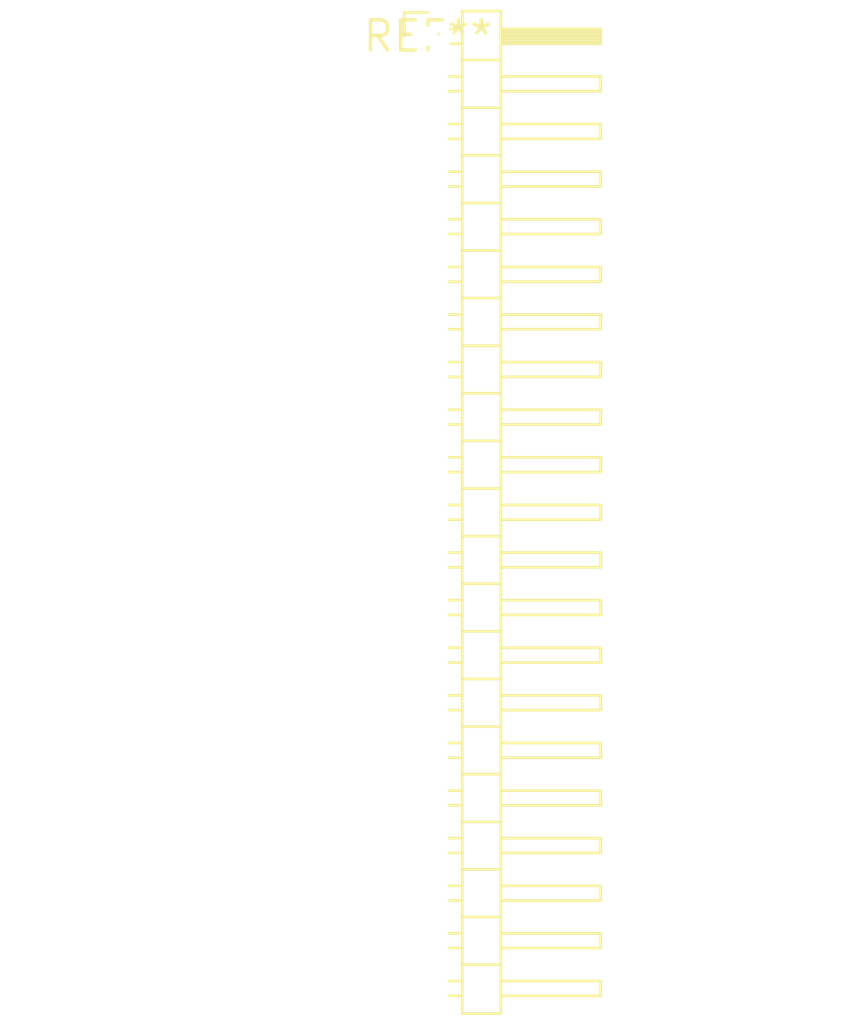
<source format=kicad_pcb>
(kicad_pcb (version 20240108) (generator pcbnew)
  (layers (0 "F.Cu" signal) (31 "B.Cu" signal) (34 "B.Paste" user) (35 "F.Paste" user) (36 "B.SilkS" user "B.Silkscreen") (37 "F.SilkS" user "F.Silkscreen") (38 "B.Mask" user) (39 "F.Mask" user) (44 "Edge.Cuts" user))
  (net 0 "")
  (footprint "PinHeader_1x21_P2.00mm_Horizontal" (layer "F.Cu") (at 0 0)
    (property "Reference" "REF**")
    (property "Value" "PinHeader_1x21_P2.00mm_Horizontal")
    (fp_line (start -1 -1) (end 0 -1) (layer "F.SilkS") (stroke (width 0.12)))
    (fp_line (start -1 0) (end -1 -1) (layer "F.SilkS") (stroke (width 0.12)))
    (fp_line (start 0.882114 1.69) (end 1.44 1.69) (layer "F.SilkS") (stroke (width 0.12)))
    (fp_line (start 0.882114 2.31) (end 1.44 2.31) (layer "F.SilkS") (stroke (width 0.12)))
    (fp_line (start 0.882114 3.69) (end 1.44 3.69) (layer "F.SilkS") (stroke (width 0.12)))
    (fp_line (start 0.882114 4.31) (end 1.44 4.31) (layer "F.SilkS") (stroke (width 0.12)))
    (fp_line (start 0.882114 5.69) (end 1.44 5.69) (layer "F.SilkS") (stroke (width 0.12)))
    (fp_line (start 0.882114 6.31) (end 1.44 6.31) (layer "F.SilkS") (stroke (width 0.12)))
    (fp_line (start 0.882114 7.69) (end 1.44 7.69) (layer "F.SilkS") (stroke (width 0.12)))
    (fp_line (start 0.882114 8.31) (end 1.44 8.31) (layer "F.SilkS") (stroke (width 0.12)))
    (fp_line (start 0.882114 9.69) (end 1.44 9.69) (layer "F.SilkS") (stroke (width 0.12)))
    (fp_line (start 0.882114 10.31) (end 1.44 10.31) (layer "F.SilkS") (stroke (width 0.12)))
    (fp_line (start 0.882114 11.69) (end 1.44 11.69) (layer "F.SilkS") (stroke (width 0.12)))
    (fp_line (start 0.882114 12.31) (end 1.44 12.31) (layer "F.SilkS") (stroke (width 0.12)))
    (fp_line (start 0.882114 13.69) (end 1.44 13.69) (layer "F.SilkS") (stroke (width 0.12)))
    (fp_line (start 0.882114 14.31) (end 1.44 14.31) (layer "F.SilkS") (stroke (width 0.12)))
    (fp_line (start 0.882114 15.69) (end 1.44 15.69) (layer "F.SilkS") (stroke (width 0.12)))
    (fp_line (start 0.882114 16.31) (end 1.44 16.31) (layer "F.SilkS") (stroke (width 0.12)))
    (fp_line (start 0.882114 17.69) (end 1.44 17.69) (layer "F.SilkS") (stroke (width 0.12)))
    (fp_line (start 0.882114 18.31) (end 1.44 18.31) (layer "F.SilkS") (stroke (width 0.12)))
    (fp_line (start 0.882114 19.69) (end 1.44 19.69) (layer "F.SilkS") (stroke (width 0.12)))
    (fp_line (start 0.882114 20.31) (end 1.44 20.31) (layer "F.SilkS") (stroke (width 0.12)))
    (fp_line (start 0.882114 21.69) (end 1.44 21.69) (layer "F.SilkS") (stroke (width 0.12)))
    (fp_line (start 0.882114 22.31) (end 1.44 22.31) (layer "F.SilkS") (stroke (width 0.12)))
    (fp_line (start 0.882114 23.69) (end 1.44 23.69) (layer "F.SilkS") (stroke (width 0.12)))
    (fp_line (start 0.882114 24.31) (end 1.44 24.31) (layer "F.SilkS") (stroke (width 0.12)))
    (fp_line (start 0.882114 25.69) (end 1.44 25.69) (layer "F.SilkS") (stroke (width 0.12)))
    (fp_line (start 0.882114 26.31) (end 1.44 26.31) (layer "F.SilkS") (stroke (width 0.12)))
    (fp_line (start 0.882114 27.69) (end 1.44 27.69) (layer "F.SilkS") (stroke (width 0.12)))
    (fp_line (start 0.882114 28.31) (end 1.44 28.31) (layer "F.SilkS") (stroke (width 0.12)))
    (fp_line (start 0.882114 29.69) (end 1.44 29.69) (layer "F.SilkS") (stroke (width 0.12)))
    (fp_line (start 0.882114 30.31) (end 1.44 30.31) (layer "F.SilkS") (stroke (width 0.12)))
    (fp_line (start 0.882114 31.69) (end 1.44 31.69) (layer "F.SilkS") (stroke (width 0.12)))
    (fp_line (start 0.882114 32.31) (end 1.44 32.31) (layer "F.SilkS") (stroke (width 0.12)))
    (fp_line (start 0.882114 33.69) (end 1.44 33.69) (layer "F.SilkS") (stroke (width 0.12)))
    (fp_line (start 0.882114 34.31) (end 1.44 34.31) (layer "F.SilkS") (stroke (width 0.12)))
    (fp_line (start 0.882114 35.69) (end 1.44 35.69) (layer "F.SilkS") (stroke (width 0.12)))
    (fp_line (start 0.882114 36.31) (end 1.44 36.31) (layer "F.SilkS") (stroke (width 0.12)))
    (fp_line (start 0.882114 37.69) (end 1.44 37.69) (layer "F.SilkS") (stroke (width 0.12)))
    (fp_line (start 0.882114 38.31) (end 1.44 38.31) (layer "F.SilkS") (stroke (width 0.12)))
    (fp_line (start 0.882114 39.69) (end 1.44 39.69) (layer "F.SilkS") (stroke (width 0.12)))
    (fp_line (start 0.882114 40.31) (end 1.44 40.31) (layer "F.SilkS") (stroke (width 0.12)))
    (fp_line (start 0.935 -0.31) (end 1.44 -0.31) (layer "F.SilkS") (stroke (width 0.12)))
    (fp_line (start 0.935 0.31) (end 1.44 0.31) (layer "F.SilkS") (stroke (width 0.12)))
    (fp_line (start 1.44 -1.06) (end 1.44 41.06) (layer "F.SilkS") (stroke (width 0.12)))
    (fp_line (start 1.44 1) (end 3.06 1) (layer "F.SilkS") (stroke (width 0.12)))
    (fp_line (start 1.44 3) (end 3.06 3) (layer "F.SilkS") (stroke (width 0.12)))
    (fp_line (start 1.44 5) (end 3.06 5) (layer "F.SilkS") (stroke (width 0.12)))
    (fp_line (start 1.44 7) (end 3.06 7) (layer "F.SilkS") (stroke (width 0.12)))
    (fp_line (start 1.44 9) (end 3.06 9) (layer "F.SilkS") (stroke (width 0.12)))
    (fp_line (start 1.44 11) (end 3.06 11) (layer "F.SilkS") (stroke (width 0.12)))
    (fp_line (start 1.44 13) (end 3.06 13) (layer "F.SilkS") (stroke (width 0.12)))
    (fp_line (start 1.44 15) (end 3.06 15) (layer "F.SilkS") (stroke (width 0.12)))
    (fp_line (start 1.44 17) (end 3.06 17) (layer "F.SilkS") (stroke (width 0.12)))
    (fp_line (start 1.44 19) (end 3.06 19) (layer "F.SilkS") (stroke (width 0.12)))
    (fp_line (start 1.44 21) (end 3.06 21) (layer "F.SilkS") (stroke (width 0.12)))
    (fp_line (start 1.44 23) (end 3.06 23) (layer "F.SilkS") (stroke (width 0.12)))
    (fp_line (start 1.44 25) (end 3.06 25) (layer "F.SilkS") (stroke (width 0.12)))
    (fp_line (start 1.44 27) (end 3.06 27) (layer "F.SilkS") (stroke (width 0.12)))
    (fp_line (start 1.44 29) (end 3.06 29) (layer "F.SilkS") (stroke (width 0.12)))
    (fp_line (start 1.44 31) (end 3.06 31) (layer "F.SilkS") (stroke (width 0.12)))
    (fp_line (start 1.44 33) (end 3.06 33) (layer "F.SilkS") (stroke (width 0.12)))
    (fp_line (start 1.44 35) (end 3.06 35) (layer "F.SilkS") (stroke (width 0.12)))
    (fp_line (start 1.44 37) (end 3.06 37) (layer "F.SilkS") (stroke (width 0.12)))
    (fp_line (start 1.44 39) (end 3.06 39) (layer "F.SilkS") (stroke (width 0.12)))
    (fp_line (start 1.44 41.06) (end 3.06 41.06) (layer "F.SilkS") (stroke (width 0.12)))
    (fp_line (start 3.06 -1.06) (end 1.44 -1.06) (layer "F.SilkS") (stroke (width 0.12)))
    (fp_line (start 3.06 -0.31) (end 7.26 -0.31) (layer "F.SilkS") (stroke (width 0.12)))
    (fp_line (start 3.06 -0.25) (end 7.26 -0.25) (layer "F.SilkS") (stroke (width 0.12)))
    (fp_line (start 3.06 -0.13) (end 7.26 -0.13) (layer "F.SilkS") (stroke (width 0.12)))
    (fp_line (start 3.06 -0.01) (end 7.26 -0.01) (layer "F.SilkS") (stroke (width 0.12)))
    (fp_line (start 3.06 0.11) (end 7.26 0.11) (layer "F.SilkS") (stroke (width 0.12)))
    (fp_line (start 3.06 0.23) (end 7.26 0.23) (layer "F.SilkS") (stroke (width 0.12)))
    (fp_line (start 3.06 1.69) (end 7.26 1.69) (layer "F.SilkS") (stroke (width 0.12)))
    (fp_line (start 3.06 3.69) (end 7.26 3.69) (layer "F.SilkS") (stroke (width 0.12)))
    (fp_line (start 3.06 5.69) (end 7.26 5.69) (layer "F.SilkS") (stroke (width 0.12)))
    (fp_line (start 3.06 7.69) (end 7.26 7.69) (layer "F.SilkS") (stroke (width 0.12)))
    (fp_line (start 3.06 9.69) (end 7.26 9.69) (layer "F.SilkS") (stroke (width 0.12)))
    (fp_line (start 3.06 11.69) (end 7.26 11.69) (layer "F.SilkS") (stroke (width 0.12)))
    (fp_line (start 3.06 13.69) (end 7.26 13.69) (layer "F.SilkS") (stroke (width 0.12)))
    (fp_line (start 3.06 15.69) (end 7.26 15.69) (layer "F.SilkS") (stroke (width 0.12)))
    (fp_line (start 3.06 17.69) (end 7.26 17.69) (layer "F.SilkS") (stroke (width 0.12)))
    (fp_line (start 3.06 19.69) (end 7.26 19.69) (layer "F.SilkS") (stroke (width 0.12)))
    (fp_line (start 3.06 21.69) (end 7.26 21.69) (layer "F.SilkS") (stroke (width 0.12)))
    (fp_line (start 3.06 23.69) (end 7.26 23.69) (layer "F.SilkS") (stroke (width 0.12)))
    (fp_line (start 3.06 25.69) (end 7.26 25.69) (layer "F.SilkS") (stroke (width 0.12)))
    (fp_line (start 3.06 27.69) (end 7.26 27.69) (layer "F.SilkS") (stroke (width 0.12)))
    (fp_line (start 3.06 29.69) (end 7.26 29.69) (layer "F.SilkS") (stroke (width 0.12)))
    (fp_line (start 3.06 31.69) (end 7.26 31.69) (layer "F.SilkS") (stroke (width 0.12)))
    (fp_line (start 3.06 33.69) (end 7.26 33.69) (layer "F.SilkS") (stroke (width 0.12)))
    (fp_line (start 3.06 35.69) (end 7.26 35.69) (layer "F.SilkS") (stroke (width 0.12)))
    (fp_line (start 3.06 37.69) (end 7.26 37.69) (layer "F.SilkS") (stroke (width 0.12)))
    (fp_line (start 3.06 39.69) (end 7.26 39.69) (layer "F.SilkS") (stroke (width 0.12)))
    (fp_line (start 3.06 41.06) (end 3.06 -1.06) (layer "F.SilkS") (stroke (width 0.12)))
    (fp_line (start 7.26 -0.31) (end 7.26 0.31) (layer "F.SilkS") (stroke (width 0.12)))
    (fp_line (start 7.26 0.31) (end 3.06 0.31) (layer "F.SilkS") (stroke (width 0.12)))
    (fp_line (start 7.26 1.69) (end 7.26 2.31) (layer "F.SilkS") (stroke (width 0.12)))
    (fp_line (start 7.26 2.31) (end 3.06 2.31) (layer "F.SilkS") (stroke (width 0.12)))
    (fp_line (start 7.26 3.69) (end 7.26 4.31) (layer "F.SilkS") (stroke (width 0.12)))
    (fp_line (start 7.26 4.31) (end 3.06 4.31) (layer "F.SilkS") (stroke (width 0.12)))
    (fp_line (start 7.26 5.69) (end 7.26 6.31) (layer "F.SilkS") (stroke (width 0.12)))
    (fp_line (start 7.26 6.31) (end 3.06 6.31) (layer "F.SilkS") (stroke (width 0.12)))
    (fp_line (start 7.26 7.69) (end 7.26 8.31) (layer "F.SilkS") (stroke (width 0.12)))
    (fp_line (start 7.26 8.31) (end 3.06 8.31) (layer "F.SilkS") (stroke (width 0.12)))
    (fp_line (start 7.26 9.69) (end 7.26 10.31) (layer "F.SilkS") (stroke (width 0.12)))
    (fp_line (start 7.26 10.31) (end 3.06 10.31) (layer "F.SilkS") (stroke (width 0.12)))
    (fp_line (start 7.26 11.69) (end 7.26 12.31) (layer "F.SilkS") (stroke (width 0.12)))
    (fp_line (start 7.26 12.31) (end 3.06 12.31) (layer "F.SilkS") (stroke (width 0.12)))
    (fp_line (start 7.26 13.69) (end 7.26 14.31) (layer "F.SilkS") (stroke (width 0.12)))
    (fp_line (start 7.26 14.31) (end 3.06 14.31) (layer "F.SilkS") (stroke (width 0.12)))
    (fp_line (start 7.26 15.69) (end 7.26 16.31) (layer "F.SilkS") (stroke (width 0.12)))
    (fp_line (start 7.26 16.31) (end 3.06 16.31) (layer "F.SilkS") (stroke (width 0.12)))
    (fp_line (start 7.26 17.69) (end 7.26 18.31) (layer "F.SilkS") (stroke (width 0.12)))
    (fp_line (start 7.26 18.31) (end 3.06 18.31) (layer "F.SilkS") (stroke (width 0.12)))
    (fp_line (start 7.26 19.69) (end 7.26 20.31) (layer "F.SilkS") (stroke (width 0.12)))
    (fp_line (start 7.26 20.31) (end 3.06 20.31) (layer "F.SilkS") (stroke (width 0.12)))
    (fp_line (start 7.26 21.69) (end 7.26 22.31) (layer "F.SilkS") (stroke (width 0.12)))
    (fp_line (start 7.26 22.31) (end 3.06 22.31) (layer "F.SilkS") (stroke (width 0.12)))
    (fp_line (start 7.26 23.69) (end 7.26 24.31) (layer "F.SilkS") (stroke (width 0.12)))
    (fp_line (start 7.26 24.31) (end 3.06 24.31) (layer "F.SilkS") (stroke (width 0.12)))
    (fp_line (start 7.26 25.69) (end 7.26 26.31) (layer "F.SilkS") (stroke (width 0.12)))
    (fp_line (start 7.26 26.31) (end 3.06 26.31) (layer "F.SilkS") (stroke (width 0.12)))
    (fp_line (start 7.26 27.69) (end 7.26 28.31) (layer "F.SilkS") (stroke (width 0.12)))
    (fp_line (start 7.26 28.31) (end 3.06 28.31) (layer "F.SilkS") (stroke (width 0.12)))
    (fp_line (start 7.26 29.69) (end 7.26 30.31) (layer "F.SilkS") (stroke (width 0.12)))
    (fp_line (start 7.26 30.31) (end 3.06 30.31) (layer "F.SilkS") (stroke (width 0.12)))
    (fp_line (start 7.26 31.69) (end 7.26 32.31) (layer "F.SilkS") (stroke (width 0.12)))
    (fp_line (start 7.26 32.31) (end 3.06 32.31) (layer "F.SilkS") (stroke (width 0.12)))
    (fp_line (start 7.26 33.69) (end 7.26 34.31) (layer "F.SilkS") (stroke (width 0.12)))
    (fp_line (start 7.26 34.31) (end 3.06 34.31) (layer "F.SilkS") (stroke (width 0.12)))
    (fp_line (start 7.26 35.69) (end 7.26 36.31) (layer "F.SilkS") (stroke (width 0.12)))
    (fp_line (start 7.26 36.31) (end 3.06 36.31) (layer "F.SilkS") (stroke (width 0.12)))
    (fp_line (start 7.26 37.69) (end 7.26 38.31) (layer "F.SilkS") (stroke (width 0.12)))
    (fp_line (start 7.26 38.31) (end 3.06 38.31) (layer "F.SilkS") (stroke (width 0.12)))
    (fp_line (start 7.26 39.69) (end 7.26 40.31) (layer "F.SilkS") (stroke (width 0.12)))
    (fp_line (start 7.26 40.31) (end 3.06 40.31) (layer "F.SilkS") (stroke (width 0.12)))
    (pad "1" thru_hole rect (at 0 0) (size 1.35 1.35) (drill 0.8) (layers *.Cu *.Mask) (remove_unused_layers))
    (pad "2" thru_hole oval (at 0 2) (size 1.35 1.35) (drill 0.8) (layers *.Cu *.Mask) (remove_unused_layers))
    (pad "3" thru_hole oval (at 0 4) (size 1.35 1.35) (drill 0.8) (layers *.Cu *.Mask) (remove_unused_layers))
    (pad "4" thru_hole oval (at 0 6) (size 1.35 1.35) (drill 0.8) (layers *.Cu *.Mask) (remove_unused_layers))
    (pad "5" thru_hole oval (at 0 8) (size 1.35 1.35) (drill 0.8) (layers *.Cu *.Mask) (remove_unused_layers))
    (pad "6" thru_hole oval (at 0 10) (size 1.35 1.35) (drill 0.8) (layers *.Cu *.Mask) (remove_unused_layers))
    (pad "7" thru_hole oval (at 0 12) (size 1.35 1.35) (drill 0.8) (layers *.Cu *.Mask) (remove_unused_layers))
    (pad "8" thru_hole oval (at 0 14) (size 1.35 1.35) (drill 0.8) (layers *.Cu *.Mask) (remove_unused_layers))
    (pad "9" thru_hole oval (at 0 16) (size 1.35 1.35) (drill 0.8) (layers *.Cu *.Mask) (remove_unused_layers))
    (pad "10" thru_hole oval (at 0 18) (size 1.35 1.35) (drill 0.8) (layers *.Cu *.Mask) (remove_unused_layers))
    (pad "11" thru_hole oval (at 0 20) (size 1.35 1.35) (drill 0.8) (layers *.Cu *.Mask) (remove_unused_layers))
    (pad "12" thru_hole oval (at 0 22) (size 1.35 1.35) (drill 0.8) (layers *.Cu *.Mask) (remove_unused_layers))
    (pad "13" thru_hole oval (at 0 24) (size 1.35 1.35) (drill 0.8) (layers *.Cu *.Mask) (remove_unused_layers))
    (pad "14" thru_hole oval (at 0 26) (size 1.35 1.35) (drill 0.8) (layers *.Cu *.Mask) (remove_unused_layers))
    (pad "15" thru_hole oval (at 0 28) (size 1.35 1.35) (drill 0.8) (layers *.Cu *.Mask) (remove_unused_layers))
    (pad "16" thru_hole oval (at 0 30) (size 1.35 1.35) (drill 0.8) (layers *.Cu *.Mask) (remove_unused_layers))
    (pad "17" thru_hole oval (at 0 32) (size 1.35 1.35) (drill 0.8) (layers *.Cu *.Mask) (remove_unused_layers))
    (pad "18" thru_hole oval (at 0 34) (size 1.35 1.35) (drill 0.8) (layers *.Cu *.Mask) (remove_unused_layers))
    (pad "19" thru_hole oval (at 0 36) (size 1.35 1.35) (drill 0.8) (layers *.Cu *.Mask) (remove_unused_layers))
    (pad "20" thru_hole oval (at 0 38) (size 1.35 1.35) (drill 0.8) (layers *.Cu *.Mask) (remove_unused_layers))
    (pad "21" thru_hole oval (at 0 40) (size 1.35 1.35) (drill 0.8) (layers *.Cu *.Mask) (remove_unused_layers))
  )
)
</source>
